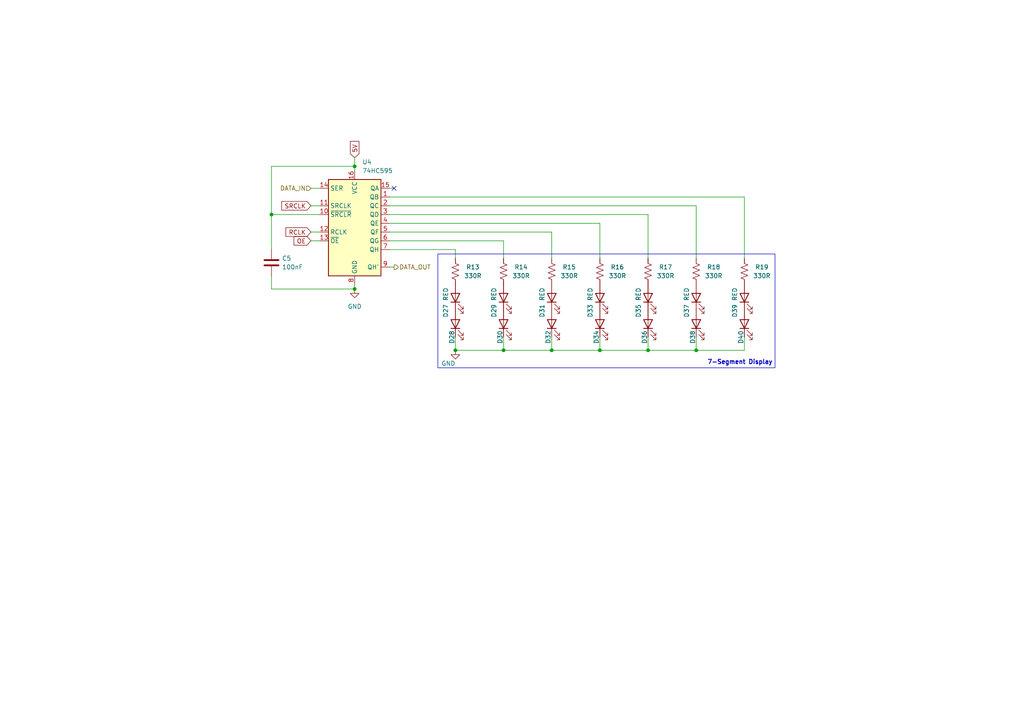
<source format=kicad_sch>
(kicad_sch (version 20231120) (generator "eeschema") (generator_version "8.0")
  (paper "A4")
  (title_block (date "2024-04-23") (rev "2"))
  (lib_symbols
    (symbol "74xx:74HC595"
      (property "Reference" "U" (at -7.62 13.97 0))
      (property "Value" "74HC595" (at -7.62 -16.51 0))
      (symbol "74HC595_1_0"
        (pin tri_state line (at 10.16 7.62 180) (length 2.54) (name "QB") (number "1"))
        (pin input line (at -10.16 2.54 0) (length 2.54) (name "~{SRCLR}") (number "10"))
        (pin input line (at -10.16 5.08 0) (length 2.54) (name "SRCLK") (number "11"))
        (pin input line (at -10.16 -2.54 0) (length 2.54) (name "RCLK") (number "12"))
        (pin input line (at -10.16 -5.08 0) (length 2.54) (name "~{OE}") (number "13"))
        (pin input line (at -10.16 10.16 0) (length 2.54) (name "SER") (number "14"))
        (pin tri_state line (at 10.16 10.16 180) (length 2.54) (name "QA") (number "15"))
        (pin power_in line (at 0 15.24 270) (length 2.54) (name "VCC") (number "16"))
        (pin tri_state line (at 10.16 5.08 180) (length 2.54) (name "QC") (number "2"))
        (pin tri_state line (at 10.16 2.54 180) (length 2.54) (name "QD") (number "3"))
        (pin tri_state line (at 10.16 0 180) (length 2.54) (name "QE") (number "4"))
        (pin tri_state line (at 10.16 -2.54 180) (length 2.54) (name "QF") (number "5"))
        (pin tri_state line (at 10.16 -5.08 180) (length 2.54) (name "QG") (number "6"))
        (pin tri_state line (at 10.16 -7.62 180) (length 2.54) (name "QH") (number "7"))
        (pin power_in line (at 0 -17.78 90) (length 2.54) (name "GND") (number "8"))
        (pin output line (at 10.16 -12.7 180) (length 2.54) (name "QH'") (number "9"))
      )
      (symbol "74HC595_1_1"
        (rectangle (start -7.62 12.7) (end 7.62 -15.24) (stroke (width 0.254)) (fill (type background)))
      )
    )
    (symbol "Device:C" (pin_numbers hide) (pin_names (offset 0.254))
      (property "Reference" "C" (at 0.635 2.54 0))
      (property "Value" "C" (at 0.635 -2.54 0))
      (symbol "C_0_1"
        (polyline (pts (xy -2.032 -0.762) (xy 2.032 -0.762)) (stroke (width 0.508)))
        (polyline (pts (xy -2.032 0.762) (xy 2.032 0.762)) (stroke (width 0.508)))
      )
      (symbol "C_1_1"
        (pin passive line (at 0 3.81 270) (length 2.794) (name "~") (number "1"))
        (pin passive line (at 0 -3.81 90) (length 2.794) (name "~") (number "2"))
      )
    )
    (symbol "Device:LED" (pin_numbers hide) (pin_names (offset 1.016) hide)
      (property "Reference" "D" (at 0 2.54 0))
      (property "Value" "LED" (at 0 -2.54 0))
      (symbol "LED_0_1"
        (polyline (pts (xy -1.27 -1.27) (xy -1.27 1.27)) (stroke (width 0.254)))
        (polyline (pts (xy -1.27 0) (xy 1.27 0)))
        (polyline (pts (xy 1.27 -1.27) (xy 1.27 1.27) (xy -1.27 0) (xy 1.27 -1.27)) (stroke (width 0.254)))
        (polyline (pts (xy -3.048 -0.762) (xy -4.572 -2.286) (xy -3.81 -2.286) (xy -4.572 -2.286) (xy -4.572 -1.524)))
        (polyline (pts (xy -1.778 -0.762) (xy -3.302 -2.286) (xy -2.54 -2.286) (xy -3.302 -2.286) (xy -3.302 -1.524)))
      )
      (symbol "LED_1_1"
        (pin passive line (at -3.81 0 0) (length 2.54) (name "K") (number "1"))
        (pin passive line (at 3.81 0 180) (length 2.54) (name "A") (number "2"))
      )
    )
    (symbol "Device:R_US" (pin_numbers hide) (pin_names (offset 0))
      (property "Reference" "R" (at 2.54 0 90))
      (property "Value" "R_US" (at -2.54 0 90))
      (symbol "R_US_0_1"
        (polyline (pts (xy 0 -2.286) (xy 0 -2.54)))
        (polyline (pts (xy 0 2.286) (xy 0 2.54)))
        (polyline (pts (xy 0 -0.762) (xy 1.016 -1.143) (xy 0 -1.524) (xy -1.016 -1.905) (xy 0 -2.286)))
        (polyline (pts (xy 0 0.762) (xy 1.016 0.381) (xy 0 0) (xy -1.016 -0.381) (xy 0 -0.762)))
        (polyline (pts (xy 0 2.286) (xy 1.016 1.905) (xy 0 1.524) (xy -1.016 1.143) (xy 0 0.762)))
      )
      (symbol "R_US_1_1"
        (pin passive line (at 0 3.81 270) (length 1.27) (name "~") (number "1"))
        (pin passive line (at 0 -3.81 90) (length 1.27) (name "~") (number "2"))
      )
    )
    (symbol "power:GND" (power) (pin_numbers hide) (pin_names (offset 0) hide)
      (property "Value" "GND" (at 0 -3.81 0))
      (symbol "GND_0_1"
        (polyline (pts (xy 0 0) (xy 0 -1.27) (xy 1.27 -1.27) (xy 0 -2.54) (xy -1.27 -1.27) (xy 0 -1.27)))
      )
      (symbol "GND_1_1"
        (pin power_in line (at 0 0 270) (length 0) (name "~") (number "1"))
      )
    )
  )
  (junction (at 201.93 101.6))
  (junction (at 78.74 62.23))
  (junction (at 160.02 101.6))
  (junction (at 187.96 101.6))
  (junction (at 173.99 101.6))
  (junction (at 102.87 83.82))
  (junction (at 132.08 101.6))
  (junction (at 102.87 48.26))
  (junction (at 146.05 101.6))
  (no_connect (at 114.3 54.61))
  (wire (pts (xy 113.03 77.47) (xy 114.3 77.47)))
  (wire (pts (xy 146.05 69.85) (xy 146.05 74.93)))
  (wire (pts (xy 78.74 48.26) (xy 102.87 48.26)))
  (wire (pts (xy 132.08 72.39) (xy 132.08 74.93)))
  (wire (pts (xy 146.05 101.6) (xy 160.02 101.6)))
  (wire (pts (xy 113.03 67.31) (xy 160.02 67.31)))
  (wire (pts (xy 78.74 62.23) (xy 78.74 48.26)))
  (wire (pts (xy 187.96 62.23) (xy 187.96 74.93)))
  (wire (pts (xy 90.17 54.61) (xy 92.71 54.61)))
  (wire (pts (xy 201.93 101.6) (xy 215.9 101.6)))
  (wire (pts (xy 201.93 101.6) (xy 201.93 97.79)))
  (wire (pts (xy 90.17 59.69) (xy 92.71 59.69)))
  (wire (pts (xy 215.9 101.6) (xy 215.9 97.79)))
  (wire (pts (xy 132.08 97.79) (xy 132.08 101.6)))
  (wire (pts (xy 160.02 101.6) (xy 173.99 101.6)))
  (wire (pts (xy 102.87 48.26) (xy 102.87 49.53)))
  (wire (pts (xy 173.99 101.6) (xy 187.96 101.6)))
  (wire (pts (xy 113.03 59.69) (xy 201.93 59.69)))
  (wire (pts (xy 215.9 57.15) (xy 215.9 74.93)))
  (wire (pts (xy 113.03 72.39) (xy 132.08 72.39)))
  (wire (pts (xy 113.03 64.77) (xy 173.99 64.77)))
  (wire (pts (xy 187.96 101.6) (xy 187.96 97.79)))
  (wire (pts (xy 173.99 101.6) (xy 173.99 97.79)))
  (wire (pts (xy 78.74 62.23) (xy 78.74 72.39)))
  (wire (pts (xy 113.03 54.61) (xy 114.3 54.61)))
  (wire (pts (xy 78.74 83.82) (xy 102.87 83.82)))
  (wire (pts (xy 113.03 62.23) (xy 187.96 62.23)))
  (wire (pts (xy 187.96 101.6) (xy 201.93 101.6)))
  (wire (pts (xy 113.03 57.15) (xy 215.9 57.15)))
  (wire (pts (xy 78.74 80.01) (xy 78.74 83.82)))
  (wire (pts (xy 113.03 69.85) (xy 146.05 69.85)))
  (wire (pts (xy 160.02 67.31) (xy 160.02 74.93)))
  (wire (pts (xy 78.74 62.23) (xy 92.71 62.23)))
  (wire (pts (xy 146.05 101.6) (xy 146.05 97.79)))
  (wire (pts (xy 102.87 82.55) (xy 102.87 83.82)))
  (wire (pts (xy 201.93 59.69) (xy 201.93 74.93)))
  (wire (pts (xy 90.17 67.31) (xy 92.71 67.31)))
  (wire (pts (xy 102.87 45.72) (xy 102.87 48.26)))
  (wire (pts (xy 173.99 64.77) (xy 173.99 74.93)))
  (wire (pts (xy 132.08 101.6) (xy 146.05 101.6)))
  (wire (pts (xy 160.02 101.6) (xy 160.02 97.79)))
  (wire (pts (xy 90.17 69.85) (xy 92.71 69.85)))
  (rectangle (start 127 73.66) (end 224.79 106.68))
  (text "7-Segment Display\n" (at 214.63 105.156 0) (effects (font (size 1.27 1.27) (bold yes))))
  (global_label "OE" (shape input) (at 90.17 69.85 180) (property "Intersheetrefs" "${INTERSHEET_REFS}" (effects (hide yes))))
  (global_label "RCLK" (shape input) (at 90.17 67.31 180) (property "Intersheetrefs" "${INTERSHEET_REFS}" (effects (hide yes))))
  (global_label "5V" (shape input) (at 102.87 45.72 90) (property "Intersheetrefs" "${INTERSHEET_REFS}" (effects (hide yes))))
  (global_label "SRCLK" (shape input) (at 90.17 59.69 180) (property "Intersheetrefs" "${INTERSHEET_REFS}" (effects (hide yes))))
  (hierarchical_label "DATA_IN" (shape input) (at 90.17 54.61 180))
  (hierarchical_label "DATA_OUT" (shape output) (at 114.3 77.47 0))
  (symbol (lib_id "Device:LED") (at 146.05 93.98 90) (unit 1)
    (property "Reference" "D30" (at 145.034 97.79 0))
    (property "Value" "RED" (effects (hide yes)))
    (property "Footprint" "LED_SMD:LED_0805_2012Metric" (effects (hide yes)))
    (property "Description" "Light emitting diode" (effects (hide yes)))
    (property "Digikey PN" "732-4984-1-ND" (effects (hide yes)))
    (instances (project "UserDisplayModule" (path "" (reference "D30") (unit 1)) (path "" (reference "D49") (unit 1)) (path "" (reference "D63") (unit 1)) (path "" (reference "D77") (unit 1))))
  )
  (symbol (lib_id "Device:R_US") (at 146.05 78.74 0) (unit 1)
    (property "Reference" "R14" (at 151.13 77.47 0))
    (property "Value" "330R" (at 151.13 80.01 0))
    (property "Footprint" "Resistor_SMD:R_0805_2012Metric" (effects (hide yes)))
    (property "Description" "Resistor, US symbol" (effects (hide yes)))
    (property "Digikey PN" "RMCF0805FT330RCT-ND" (effects (hide yes)))
    (instances (project "UserDisplayModule" (path "" (reference "R14") (unit 1)) (path "" (reference "R25") (unit 1)) (path "" (reference "R32") (unit 1)) (path "" (reference "R39") (unit 1))))
  )
  (symbol (lib_id "Device:LED") (at 160.02 86.36 90) (unit 1)
    (property "Reference" "D31" (at 157.226 90.17 0))
    (property "Value" "RED" (at 157.226 85.344 0))
    (property "Footprint" "LED_SMD:LED_0805_2012Metric" (effects (hide yes)))
    (property "Description" "Light emitting diode" (effects (hide yes)))
    (property "Digikey PN" "732-4984-1-ND" (effects (hide yes)))
    (instances (project "UserDisplayModule" (path "" (reference "D31") (unit 1)) (path "" (reference "D50") (unit 1)) (path "" (reference "D64") (unit 1)) (path "" (reference "D78") (unit 1))))
  )
  (symbol (lib_id "Device:LED") (at 201.93 86.36 90) (unit 1)
    (property "Reference" "D37" (at 199.136 90.17 0))
    (property "Value" "RED" (at 199.136 85.344 0))
    (property "Footprint" "LED_SMD:LED_0805_2012Metric" (effects (hide yes)))
    (property "Description" "Light emitting diode" (effects (hide yes)))
    (property "Digikey PN" "732-4984-1-ND" (effects (hide yes)))
    (instances (project "UserDisplayModule" (path "" (reference "D37") (unit 1)) (path "" (reference "D56") (unit 1)) (path "" (reference "D70") (unit 1)) (path "" (reference "D84") (unit 1))))
  )
  (symbol (lib_id "Device:LED") (at 132.08 86.36 90) (unit 1)
    (property "Reference" "D27" (at 129.286 90.17 0))
    (property "Value" "RED" (at 129.286 85.344 0))
    (property "Footprint" "LED_SMD:LED_0805_2012Metric" (effects (hide yes)))
    (property "Description" "Light emitting diode" (effects (hide yes)))
    (property "Digikey PN" "732-4984-1-ND" (effects (hide yes)))
    (instances (project "UserDisplayModule" (path "" (reference "D27") (unit 1)) (path "" (reference "D46") (unit 1)) (path "" (reference "D60") (unit 1)) (path "" (reference "D74") (unit 1))))
  )
  (symbol (lib_id "power:GND") (at 132.08 101.6 0) (unit 1)
    (property "Reference" "#PWR04" (effects (hide yes)))
    (property "Value" "GND" (at 132.0801 105.41 0) (effects (justify right)))
    (property "Description" "Power symbol creates a global label with name \"GND\" , ground" (effects (hide yes)))
    (instances (project "UserDisplayModule" (path "" (reference "#PWR04") (unit 1)) (path "" (reference "#PWR08") (unit 1)) (path "" (reference "#PWR012") (unit 1)) (path "" (reference "#PWR015") (unit 1))))
  )
  (symbol (lib_id "Device:R_US") (at 132.08 78.74 0) (unit 1)
    (property "Reference" "R13" (at 137.16 77.47 0))
    (property "Value" "330R" (at 137.16 80.01 0))
    (property "Footprint" "Resistor_SMD:R_0805_2012Metric" (effects (hide yes)))
    (property "Description" "Resistor, US symbol" (effects (hide yes)))
    (property "Digikey PN" "RMCF0805FT330RCT-ND" (effects (hide yes)))
    (instances (project "UserDisplayModule" (path "" (reference "R13") (unit 1)) (path "" (reference "R24") (unit 1)) (path "" (reference "R31") (unit 1)) (path "" (reference "R38") (unit 1))))
  )
  (symbol (lib_id "Device:LED") (at 201.93 93.98 90) (unit 1)
    (property "Reference" "D38" (at 200.914 97.79 0))
    (property "Value" "RED" (effects (hide yes)))
    (property "Footprint" "LED_SMD:LED_0805_2012Metric" (effects (hide yes)))
    (property "Description" "Light emitting diode" (effects (hide yes)))
    (property "Digikey PN" "732-4984-1-ND" (effects (hide yes)))
    (instances (project "UserDisplayModule" (path "" (reference "D38") (unit 1)) (path "" (reference "D57") (unit 1)) (path "" (reference "D71") (unit 1)) (path "" (reference "D85") (unit 1))))
  )
  (symbol (lib_id "power:GND") (at 102.87 83.82 0) (unit 1)
    (property "Reference" "#PWR06" (effects (hide yes)))
    (property "Value" "GND" (at 102.87 88.9 0))
    (property "Description" "Power symbol creates a global label with name \"GND\" , ground" (effects (hide yes)))
    (instances (project "UserDisplayModule" (path "" (reference "#PWR06") (unit 1)) (path "" (reference "#PWR07") (unit 1)) (path "" (reference "#PWR010") (unit 1)) (path "" (reference "#PWR013") (unit 1))))
  )
  (symbol (lib_id "Device:LED") (at 146.05 86.36 90) (unit 1)
    (property "Reference" "D29" (at 143.256 90.17 0))
    (property "Value" "RED" (at 143.256 85.344 0))
    (property "Footprint" "LED_SMD:LED_0805_2012Metric" (effects (hide yes)))
    (property "Description" "Light emitting diode" (effects (hide yes)))
    (property "Digikey PN" "732-4984-1-ND" (effects (hide yes)))
    (instances (project "UserDisplayModule" (path "" (reference "D29") (unit 1)) (path "" (reference "D48") (unit 1)) (path "" (reference "D62") (unit 1)) (path "" (reference "D76") (unit 1))))
  )
  (symbol (lib_id "Device:LED") (at 215.9 93.98 90) (unit 1)
    (property "Reference" "D40" (at 214.884 97.79 0))
    (property "Value" "RED" (effects (hide yes)))
    (property "Footprint" "LED_SMD:LED_0805_2012Metric" (effects (hide yes)))
    (property "Description" "Light emitting diode" (effects (hide yes)))
    (property "Digikey PN" "732-4984-1-ND" (effects (hide yes)))
    (instances (project "UserDisplayModule" (path "" (reference "D40") (unit 1)) (path "" (reference "D59") (unit 1)) (path "" (reference "D73") (unit 1)) (path "" (reference "D87") (unit 1))))
  )
  (symbol (lib_id "Device:LED") (at 160.02 93.98 90) (unit 1)
    (property "Reference" "D32" (at 159.004 97.79 0))
    (property "Value" "RED" (effects (hide yes)))
    (property "Footprint" "LED_SMD:LED_0805_2012Metric" (effects (hide yes)))
    (property "Description" "Light emitting diode" (effects (hide yes)))
    (property "Digikey PN" "732-4984-1-ND" (effects (hide yes)))
    (instances (project "UserDisplayModule" (path "" (reference "D32") (unit 1)) (path "" (reference "D51") (unit 1)) (path "" (reference "D65") (unit 1)) (path "" (reference "D79") (unit 1))))
  )
  (symbol (lib_id "Device:R_US") (at 160.02 78.74 0) (unit 1)
    (property "Reference" "R15" (at 165.1 77.47 0))
    (property "Value" "330R" (at 165.1 80.01 0))
    (property "Footprint" "Resistor_SMD:R_0805_2012Metric" (effects (hide yes)))
    (property "Description" "Resistor, US symbol" (effects (hide yes)))
    (property "Digikey PN" "RMCF0805FT330RCT-ND" (effects (hide yes)))
    (instances (project "UserDisplayModule" (path "" (reference "R15") (unit 1)) (path "" (reference "R26") (unit 1)) (path "" (reference "R33") (unit 1)) (path "" (reference "R40") (unit 1))))
  )
  (symbol (lib_id "Device:R_US") (at 215.9 78.74 0) (unit 1)
    (property "Reference" "R19" (at 220.98 77.47 0))
    (property "Value" "330R" (at 220.98 80.01 0))
    (property "Footprint" "Resistor_SMD:R_0805_2012Metric" (effects (hide yes)))
    (property "Description" "Resistor, US symbol" (effects (hide yes)))
    (property "Digikey PN" "RMCF0805FT330RCT-ND" (effects (hide yes)))
    (instances (project "UserDisplayModule" (path "" (reference "R19") (unit 1)) (path "" (reference "R30") (unit 1)) (path "" (reference "R37") (unit 1)) (path "" (reference "R44") (unit 1))))
  )
  (symbol (lib_id "Device:R_US") (at 173.99 78.74 0) (unit 1)
    (property "Reference" "R16" (at 179.07 77.47 0))
    (property "Value" "330R" (at 179.07 80.01 0))
    (property "Footprint" "Resistor_SMD:R_0805_2012Metric" (effects (hide yes)))
    (property "Description" "Resistor, US symbol" (effects (hide yes)))
    (property "Digikey PN" "RMCF0805FT330RCT-ND" (effects (hide yes)))
    (instances (project "UserDisplayModule" (path "" (reference "R16") (unit 1)) (path "" (reference "R27") (unit 1)) (path "" (reference "R34") (unit 1)) (path "" (reference "R41") (unit 1))))
  )
  (symbol (lib_id "Device:LED") (at 187.96 93.98 90) (unit 1)
    (property "Reference" "D36" (at 186.944 97.79 0))
    (property "Value" "RED" (effects (hide yes)))
    (property "Footprint" "LED_SMD:LED_0805_2012Metric" (effects (hide yes)))
    (property "Description" "Light emitting diode" (effects (hide yes)))
    (property "Digikey PN" "732-4984-1-ND" (effects (hide yes)))
    (instances (project "UserDisplayModule" (path "" (reference "D36") (unit 1)) (path "" (reference "D55") (unit 1)) (path "" (reference "D69") (unit 1)) (path "" (reference "D83") (unit 1))))
  )
  (symbol (lib_id "Device:R_US") (at 201.93 78.74 0) (unit 1)
    (property "Reference" "R18" (at 207.01 77.47 0))
    (property "Value" "330R" (at 207.01 80.01 0))
    (property "Footprint" "Resistor_SMD:R_0805_2012Metric" (effects (hide yes)))
    (property "Description" "Resistor, US symbol" (effects (hide yes)))
    (property "Digikey PN" "RMCF0805FT330RCT-ND" (effects (hide yes)))
    (instances (project "UserDisplayModule" (path "" (reference "R18") (unit 1)) (path "" (reference "R29") (unit 1)) (path "" (reference "R36") (unit 1)) (path "" (reference "R43") (unit 1))))
  )
  (symbol (lib_id "74xx:74HC595") (at 102.87 64.77 0) (unit 1)
    (property "Reference" "U4" (at 105.0641 46.99 0) (effects (justify left)))
    (property "Value" "74HC595" (at 105.0641 49.53 0) (effects (justify left)))
    (property "Footprint" "ImportedFootprints:CD74HC595E" (effects (hide yes)))
    (property "Datasheet" "http://www.ti.com/lit/ds/symlink/sn74hc595.pdf" (effects (hide yes)))
    (property "Description" "8-bit serial in/out Shift Register 3-State Outputs" (effects (hide yes)))
    (property "Digikey PN" "296-1600-5-ND" (effects (hide yes)))
    (instances (project "UserDisplayModule" (path "" (reference "U4") (unit 1)) (path "" (reference "U3") (unit 1)) (path "" (reference "U6") (unit 1)) (path "" (reference "U7") (unit 1))))
  )
  (symbol (lib_id "Device:LED") (at 215.9 86.36 90) (unit 1)
    (property "Reference" "D39" (at 213.106 90.17 0))
    (property "Value" "RED" (at 213.106 85.344 0))
    (property "Footprint" "LED_SMD:LED_0805_2012Metric" (effects (hide yes)))
    (property "Description" "Light emitting diode" (effects (hide yes)))
    (property "Digikey PN" "732-4984-1-ND" (effects (hide yes)))
    (instances (project "UserDisplayModule" (path "" (reference "D39") (unit 1)) (path "" (reference "D58") (unit 1)) (path "" (reference "D72") (unit 1)) (path "" (reference "D86") (unit 1))))
  )
  (symbol (lib_id "Device:LED") (at 173.99 93.98 90) (unit 1)
    (property "Reference" "D34" (at 172.974 97.79 0))
    (property "Value" "RED" (effects (hide yes)))
    (property "Footprint" "LED_SMD:LED_0805_2012Metric" (effects (hide yes)))
    (property "Description" "Light emitting diode" (effects (hide yes)))
    (property "Digikey PN" "732-4984-1-ND" (effects (hide yes)))
    (instances (project "UserDisplayModule" (path "" (reference "D34") (unit 1)) (path "" (reference "D53") (unit 1)) (path "" (reference "D67") (unit 1)) (path "" (reference "D81") (unit 1))))
  )
  (symbol (lib_id "Device:R_US") (at 187.96 78.74 0) (unit 1)
    (property "Reference" "R17" (at 193.04 77.47 0))
    (property "Value" "330R" (at 193.04 80.01 0))
    (property "Footprint" "Resistor_SMD:R_0805_2012Metric" (effects (hide yes)))
    (property "Description" "Resistor, US symbol" (effects (hide yes)))
    (property "Digikey PN" "RMCF0805FT330RCT-ND" (effects (hide yes)))
    (instances (project "UserDisplayModule" (path "" (reference "R17") (unit 1)) (path "" (reference "R28") (unit 1)) (path "" (reference "R35") (unit 1)) (path "" (reference "R42") (unit 1))))
  )
  (symbol (lib_id "Device:C") (at 78.74 76.2 0) (unit 1)
    (property "Reference" "C5" (at 81.788 74.93 0) (effects (justify left)))
    (property "Value" "100nF" (at 81.788 77.47 0) (effects (justify left)))
    (property "Footprint" "Capacitor_SMD:C_0805_2012Metric" (effects (hide yes)))
    (property "Description" "Unpolarized capacitor" (effects (hide yes)))
    (property "Digikey PN" "1276-1003-1-ND" (effects (hide yes)))
    (instances (project "UserDisplayModule" (path "" (reference "C5") (unit 1)) (path "" (reference "C6") (unit 1)) (path "" (reference "C7") (unit 1)) (path "" (reference "C8") (unit 1))))
  )
  (symbol (lib_id "Device:LED") (at 187.96 86.36 90) (unit 1)
    (property "Reference" "D35" (at 185.166 90.17 0))
    (property "Value" "RED" (at 185.166 85.344 0))
    (property "Footprint" "LED_SMD:LED_0805_2012Metric" (effects (hide yes)))
    (property "Description" "Light emitting diode" (effects (hide yes)))
    (property "Digikey PN" "732-4984-1-ND" (effects (hide yes)))
    (instances (project "UserDisplayModule" (path "" (reference "D35") (unit 1)) (path "" (reference "D54") (unit 1)) (path "" (reference "D68") (unit 1)) (path "" (reference "D82") (unit 1))))
  )
  (symbol (lib_id "Device:LED") (at 132.08 93.98 90) (unit 1)
    (property "Reference" "D28" (at 131.064 97.79 0))
    (property "Value" "RED" (effects (hide yes)))
    (property "Footprint" "LED_SMD:LED_0805_2012Metric" (effects (hide yes)))
    (property "Description" "Light emitting diode" (effects (hide yes)))
    (property "Digikey PN" "732-4984-1-ND" (effects (hide yes)))
    (instances (project "UserDisplayModule" (path "" (reference "D28") (unit 1)) (path "" (reference "D47") (unit 1)) (path "" (reference "D61") (unit 1)) (path "" (reference "D75") (unit 1))))
  )
  (symbol (lib_id "Device:LED") (at 173.99 86.36 90) (unit 1)
    (property "Reference" "D33" (at 171.196 90.17 0))
    (property "Value" "RED" (at 171.196 85.344 0))
    (property "Footprint" "LED_SMD:LED_0805_2012Metric" (effects (hide yes)))
    (property "Description" "Light emitting diode" (effects (hide yes)))
    (property "Digikey PN" "732-4984-1-ND" (effects (hide yes)))
    (instances (project "UserDisplayModule" (path "" (reference "D33") (unit 1)) (path "" (reference "D52") (unit 1)) (path "" (reference "D66") (unit 1)) (path "" (reference "D80") (unit 1))))
  )
)
</source>
